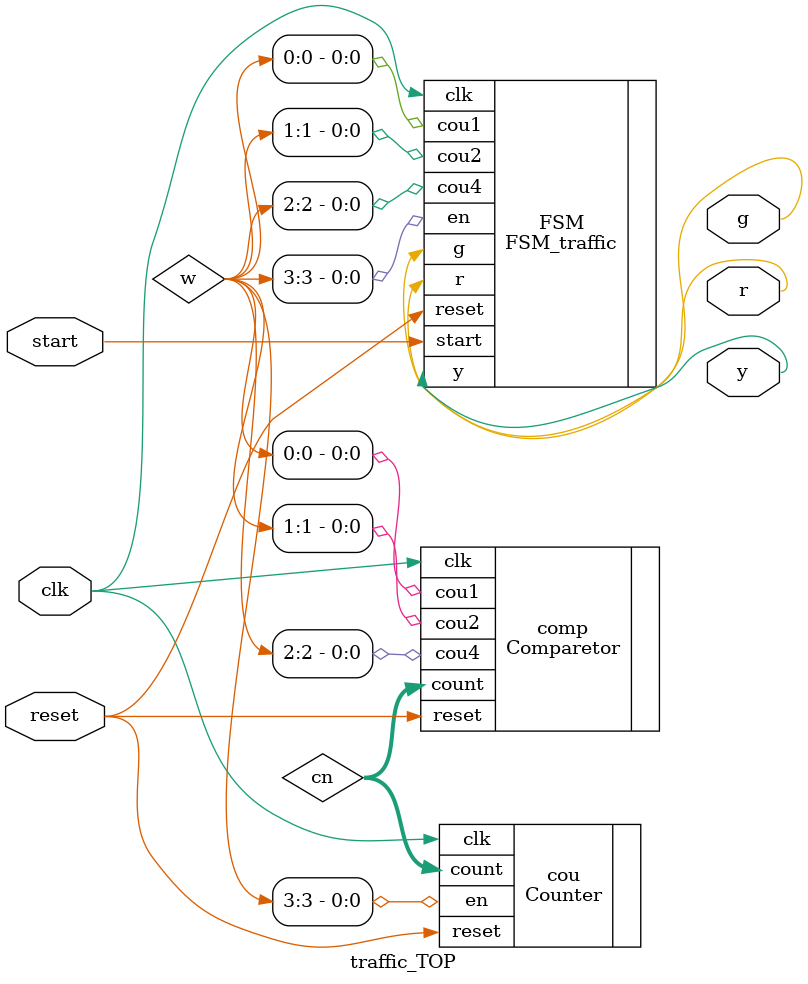
<source format=v>

module traffic_TOP(input wire reset,clk,
                   input wire start,
                   output r,
output g,
output y);
wire [3:0]  w;
wire [7:0] cn;
/*reg clk;

    always begin
        #1 clk<=1;
        clk<=0;
    end*/

    FSM_traffic FSM (.start(start),
                     .clk(clk),
                     .r(r),
                     .g(g),
                     .y(y),
                     .cou1(w[0]),
                     .cou2(w[1]),
                     .cou4(w[2]),
                     .en(w[3]),
                     .reset(reset));

    Counter cou(.en(w[3]),
                .reset(reset),
                .clk(clk),
                .count(cn));

    Comparetor comp(.clk(clk),
                    .count(cn),
                    .reset(reset),
                    .cou1(w[0]),
                    .cou2(w[1]),
                    .cou4(w[2]));

/*initial begin
    @(negedge clk); 
    start=1;
    $display("en=%0d,r=%0d,g=%0d,b=%0d",en,r,g,b);
    #10
    @(negedge clk);
    start=0;
    reset=1;
    $display("en=%0d,r=%0d,g=%0d,b=%0d",en,r,g,b);
end*/
endmodule
    




</source>
